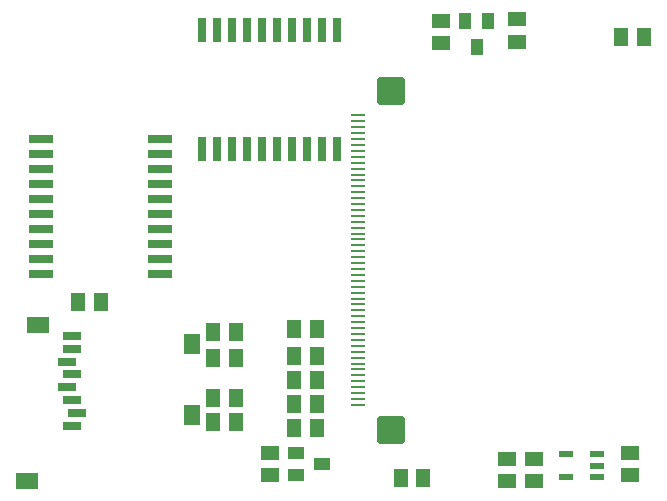
<source format=gbr>
G04 EAGLE Gerber RS-274X export*
G75*
%MOMM*%
%FSLAX34Y34*%
%LPD*%
%INSolderpaste Top*%
%IPPOS*%
%AMOC8*
5,1,8,0,0,1.08239X$1,22.5*%
G01*
%ADD10R,1.300000X1.500000*%
%ADD11R,1.400000X1.000000*%
%ADD12R,1.500000X1.300000*%
%ADD13R,2.032000X0.660400*%
%ADD14R,0.660400X2.032000*%
%ADD15R,1.200000X0.550000*%
%ADD16R,1.200000X0.275000*%
%ADD17C,0.600000*%
%ADD18R,1.900000X1.400000*%
%ADD19R,1.400000X1.800000*%
%ADD20R,1.500000X0.700000*%
%ADD21R,1.000000X1.400000*%


D10*
X252120Y120650D03*
X271120Y120650D03*
X252120Y140970D03*
X271120Y140970D03*
X252120Y161290D03*
X271120Y161290D03*
X252120Y181610D03*
X271120Y181610D03*
D11*
X275160Y90170D03*
X253160Y80670D03*
X253160Y99670D03*
D12*
X231140Y80670D03*
X231140Y99670D03*
D13*
X37338Y365760D03*
X37338Y353060D03*
X37338Y340360D03*
X37338Y327660D03*
X37338Y314960D03*
X37338Y302260D03*
X37338Y289560D03*
X37338Y276860D03*
X137922Y276860D03*
X137922Y289560D03*
X137922Y302260D03*
X137922Y314960D03*
X137922Y327660D03*
X137922Y340360D03*
X137922Y353060D03*
X137922Y365760D03*
X37338Y264160D03*
X37338Y251460D03*
X137922Y264160D03*
X137922Y251460D03*
D14*
X288290Y457962D03*
X275590Y457962D03*
X262890Y457962D03*
X250190Y457962D03*
X237490Y457962D03*
X224790Y457962D03*
X212090Y457962D03*
X199390Y457962D03*
X199390Y357378D03*
X212090Y357378D03*
X224790Y357378D03*
X237490Y357378D03*
X250190Y357378D03*
X262890Y357378D03*
X275590Y357378D03*
X288290Y357378D03*
X186690Y457962D03*
X173990Y457962D03*
X186690Y357378D03*
X173990Y357378D03*
D15*
X508300Y79400D03*
X508300Y88900D03*
X508300Y98400D03*
X482300Y98400D03*
X482300Y79400D03*
D12*
X454660Y75590D03*
X454660Y94590D03*
D10*
X252120Y204470D03*
X271120Y204470D03*
D12*
X431800Y75590D03*
X431800Y94590D03*
X535940Y80670D03*
X535940Y99670D03*
D16*
X306310Y140390D03*
X306310Y145390D03*
X306310Y150390D03*
X306310Y155390D03*
X306310Y160390D03*
X306310Y165390D03*
X306310Y170390D03*
X306310Y175390D03*
X306310Y180390D03*
X306310Y185390D03*
X306310Y190390D03*
X306310Y195390D03*
X306310Y200390D03*
X306310Y205390D03*
X306310Y210390D03*
X306310Y215390D03*
X306310Y220390D03*
X306310Y225390D03*
X306310Y230390D03*
X306310Y235390D03*
X306310Y240390D03*
X306310Y245390D03*
X306310Y250390D03*
X306310Y255390D03*
X306310Y260390D03*
X306310Y265390D03*
X306310Y270390D03*
X306310Y275390D03*
X306310Y280390D03*
X306310Y285390D03*
X306310Y290390D03*
X306310Y295390D03*
X306310Y300390D03*
X306310Y305390D03*
X306310Y310390D03*
X306310Y315390D03*
X306310Y320390D03*
X306310Y325390D03*
X306310Y330390D03*
X306310Y335390D03*
X306310Y340390D03*
X306310Y345390D03*
X306310Y350390D03*
X306310Y355390D03*
X306310Y360390D03*
X306310Y365390D03*
X306310Y370390D03*
X306310Y375390D03*
X306310Y380390D03*
X306310Y385390D03*
D17*
X342310Y128390D02*
X342310Y110390D01*
X324310Y110390D01*
X324310Y128390D01*
X342310Y128390D01*
X342310Y116090D02*
X324310Y116090D01*
X324310Y121790D02*
X342310Y121790D01*
X342310Y127490D02*
X324310Y127490D01*
X342310Y397390D02*
X342310Y415390D01*
X342310Y397390D02*
X324310Y397390D01*
X324310Y415390D01*
X342310Y415390D01*
X342310Y403090D02*
X324310Y403090D01*
X324310Y408790D02*
X342310Y408790D01*
X342310Y414490D02*
X324310Y414490D01*
D18*
X34780Y208090D03*
X25780Y76090D03*
D19*
X165780Y192090D03*
X165780Y132090D03*
D20*
X63780Y199090D03*
X63780Y188090D03*
X59780Y177090D03*
X63780Y166090D03*
X59780Y155090D03*
X63780Y144090D03*
X67780Y133090D03*
X63780Y122090D03*
D10*
X528980Y452120D03*
X547980Y452120D03*
D21*
X406400Y443660D03*
X396900Y465660D03*
X415900Y465660D03*
D12*
X375920Y465430D03*
X375920Y446430D03*
D10*
X342290Y78740D03*
X361290Y78740D03*
X183540Y201930D03*
X202540Y201930D03*
X183540Y180340D03*
X202540Y180340D03*
X202540Y125730D03*
X183540Y125730D03*
X202540Y146050D03*
X183540Y146050D03*
D12*
X440690Y447700D03*
X440690Y466700D03*
D10*
X88240Y227330D03*
X69240Y227330D03*
M02*

</source>
